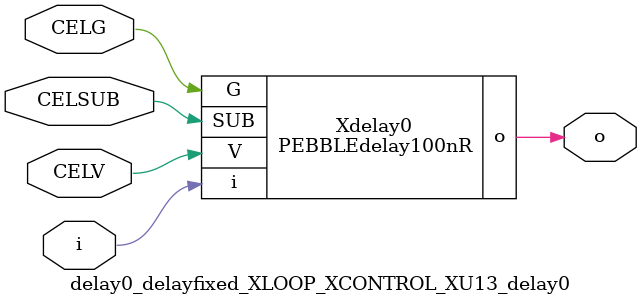
<source format=v>



module PEBBLEdelay100nR ( o, V, G, i, SUB );

  input V;
  input i;
  input G;
  output o;
  input SUB;
endmodule

//Celera Confidential Do Not Copy delay0_delayfixed_XLOOP_XCONTROL_XU13_delay0
//TYPE: fixed 100ns
module delay0_delayfixed_XLOOP_XCONTROL_XU13_delay0 (i, CELV, o,
CELG,CELSUB);
input CELV;
input i;
output o;
input CELSUB;
input CELG;

//Celera Confidential Do Not Copy delayfast0
PEBBLEdelay100nR Xdelay0(
.V (CELV),
.i (i),
.o (o),
.G (CELG),
.SUB (CELSUB)
);
//,diesize,PEBBLEdelay100nR

//Celera Confidential Do Not Copy Module End
//Celera Schematic Generator
endmodule

</source>
